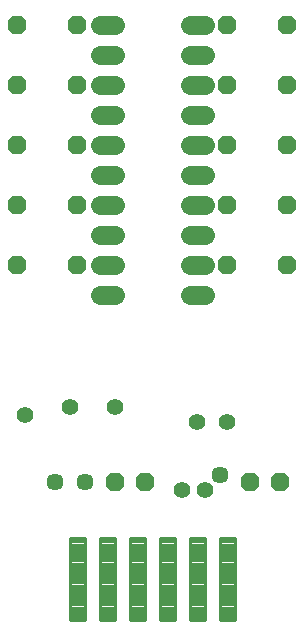
<source format=gbs>
G75*
G70*
%OFA0B0*%
%FSLAX24Y24*%
%IPPOS*%
%LPD*%
%AMOC8*
5,1,8,0,0,1.08239X$1,22.5*
%
%ADD10OC8,0.0624*%
%ADD11C,0.0624*%
%ADD12C,0.0106*%
%ADD13C,0.0552*%
%ADD14C,0.0570*%
D10*
X004431Y004885D03*
X005431Y004885D03*
X008931Y004885D03*
X009931Y004885D03*
X010181Y012135D03*
X010181Y014135D03*
X010181Y016135D03*
X010181Y018135D03*
X010181Y020135D03*
X008181Y020135D03*
X008181Y018135D03*
X008181Y016135D03*
X008181Y014135D03*
X008181Y012135D03*
X003181Y012135D03*
X003181Y014135D03*
X003181Y016135D03*
X003181Y018135D03*
X003181Y020135D03*
X001181Y020135D03*
X001181Y018135D03*
X001181Y016135D03*
X001181Y014135D03*
X001181Y012135D03*
D11*
X003921Y012135D02*
X004441Y012135D01*
X004441Y013135D02*
X003921Y013135D01*
X003921Y014135D02*
X004441Y014135D01*
X004441Y015135D02*
X003921Y015135D01*
X003921Y016135D02*
X004441Y016135D01*
X004441Y017135D02*
X003921Y017135D01*
X003921Y018135D02*
X004441Y018135D01*
X004441Y019135D02*
X003921Y019135D01*
X003921Y020135D02*
X004441Y020135D01*
X006921Y020135D02*
X007441Y020135D01*
X007441Y019135D02*
X006921Y019135D01*
X006921Y018135D02*
X007441Y018135D01*
X007441Y017135D02*
X006921Y017135D01*
X006921Y016135D02*
X007441Y016135D01*
X007441Y015135D02*
X006921Y015135D01*
X006921Y014135D02*
X007441Y014135D01*
X007441Y013135D02*
X006921Y013135D01*
X006921Y012135D02*
X007441Y012135D01*
X007441Y011135D02*
X006921Y011135D01*
X004441Y011135D02*
X003921Y011135D01*
D12*
X003922Y000283D02*
X004440Y000283D01*
X003922Y000283D02*
X003922Y003037D01*
X004440Y003037D01*
X004440Y000283D01*
X004440Y000388D02*
X003922Y000388D01*
X003922Y000493D02*
X004440Y000493D01*
X004440Y000598D02*
X003922Y000598D01*
X003922Y000703D02*
X004440Y000703D01*
X004440Y000808D02*
X003922Y000808D01*
X003922Y000913D02*
X004440Y000913D01*
X004440Y001018D02*
X003922Y001018D01*
X003922Y001123D02*
X004440Y001123D01*
X004440Y001228D02*
X003922Y001228D01*
X003922Y001333D02*
X004440Y001333D01*
X004440Y001438D02*
X003922Y001438D01*
X003922Y001543D02*
X004440Y001543D01*
X004440Y001648D02*
X003922Y001648D01*
X003922Y001753D02*
X004440Y001753D01*
X004440Y001858D02*
X003922Y001858D01*
X003922Y001963D02*
X004440Y001963D01*
X004440Y002068D02*
X003922Y002068D01*
X003922Y002173D02*
X004440Y002173D01*
X004440Y002278D02*
X003922Y002278D01*
X003922Y002383D02*
X004440Y002383D01*
X004440Y002488D02*
X003922Y002488D01*
X003922Y002593D02*
X004440Y002593D01*
X004440Y002698D02*
X003922Y002698D01*
X003922Y002803D02*
X004440Y002803D01*
X004440Y002908D02*
X003922Y002908D01*
X003922Y003013D02*
X004440Y003013D01*
X004922Y000283D02*
X005440Y000283D01*
X004922Y000283D02*
X004922Y003037D01*
X005440Y003037D01*
X005440Y000283D01*
X005440Y000388D02*
X004922Y000388D01*
X004922Y000493D02*
X005440Y000493D01*
X005440Y000598D02*
X004922Y000598D01*
X004922Y000703D02*
X005440Y000703D01*
X005440Y000808D02*
X004922Y000808D01*
X004922Y000913D02*
X005440Y000913D01*
X005440Y001018D02*
X004922Y001018D01*
X004922Y001123D02*
X005440Y001123D01*
X005440Y001228D02*
X004922Y001228D01*
X004922Y001333D02*
X005440Y001333D01*
X005440Y001438D02*
X004922Y001438D01*
X004922Y001543D02*
X005440Y001543D01*
X005440Y001648D02*
X004922Y001648D01*
X004922Y001753D02*
X005440Y001753D01*
X005440Y001858D02*
X004922Y001858D01*
X004922Y001963D02*
X005440Y001963D01*
X005440Y002068D02*
X004922Y002068D01*
X004922Y002173D02*
X005440Y002173D01*
X005440Y002278D02*
X004922Y002278D01*
X004922Y002383D02*
X005440Y002383D01*
X005440Y002488D02*
X004922Y002488D01*
X004922Y002593D02*
X005440Y002593D01*
X005440Y002698D02*
X004922Y002698D01*
X004922Y002803D02*
X005440Y002803D01*
X005440Y002908D02*
X004922Y002908D01*
X004922Y003013D02*
X005440Y003013D01*
X005922Y000283D02*
X006440Y000283D01*
X005922Y000283D02*
X005922Y003037D01*
X006440Y003037D01*
X006440Y000283D01*
X006440Y000388D02*
X005922Y000388D01*
X005922Y000493D02*
X006440Y000493D01*
X006440Y000598D02*
X005922Y000598D01*
X005922Y000703D02*
X006440Y000703D01*
X006440Y000808D02*
X005922Y000808D01*
X005922Y000913D02*
X006440Y000913D01*
X006440Y001018D02*
X005922Y001018D01*
X005922Y001123D02*
X006440Y001123D01*
X006440Y001228D02*
X005922Y001228D01*
X005922Y001333D02*
X006440Y001333D01*
X006440Y001438D02*
X005922Y001438D01*
X005922Y001543D02*
X006440Y001543D01*
X006440Y001648D02*
X005922Y001648D01*
X005922Y001753D02*
X006440Y001753D01*
X006440Y001858D02*
X005922Y001858D01*
X005922Y001963D02*
X006440Y001963D01*
X006440Y002068D02*
X005922Y002068D01*
X005922Y002173D02*
X006440Y002173D01*
X006440Y002278D02*
X005922Y002278D01*
X005922Y002383D02*
X006440Y002383D01*
X006440Y002488D02*
X005922Y002488D01*
X005922Y002593D02*
X006440Y002593D01*
X006440Y002698D02*
X005922Y002698D01*
X005922Y002803D02*
X006440Y002803D01*
X006440Y002908D02*
X005922Y002908D01*
X005922Y003013D02*
X006440Y003013D01*
X006922Y000283D02*
X007440Y000283D01*
X006922Y000283D02*
X006922Y003037D01*
X007440Y003037D01*
X007440Y000283D01*
X007440Y000388D02*
X006922Y000388D01*
X006922Y000493D02*
X007440Y000493D01*
X007440Y000598D02*
X006922Y000598D01*
X006922Y000703D02*
X007440Y000703D01*
X007440Y000808D02*
X006922Y000808D01*
X006922Y000913D02*
X007440Y000913D01*
X007440Y001018D02*
X006922Y001018D01*
X006922Y001123D02*
X007440Y001123D01*
X007440Y001228D02*
X006922Y001228D01*
X006922Y001333D02*
X007440Y001333D01*
X007440Y001438D02*
X006922Y001438D01*
X006922Y001543D02*
X007440Y001543D01*
X007440Y001648D02*
X006922Y001648D01*
X006922Y001753D02*
X007440Y001753D01*
X007440Y001858D02*
X006922Y001858D01*
X006922Y001963D02*
X007440Y001963D01*
X007440Y002068D02*
X006922Y002068D01*
X006922Y002173D02*
X007440Y002173D01*
X007440Y002278D02*
X006922Y002278D01*
X006922Y002383D02*
X007440Y002383D01*
X007440Y002488D02*
X006922Y002488D01*
X006922Y002593D02*
X007440Y002593D01*
X007440Y002698D02*
X006922Y002698D01*
X006922Y002803D02*
X007440Y002803D01*
X007440Y002908D02*
X006922Y002908D01*
X006922Y003013D02*
X007440Y003013D01*
X007922Y000283D02*
X008440Y000283D01*
X007922Y000283D02*
X007922Y003037D01*
X008440Y003037D01*
X008440Y000283D01*
X008440Y000388D02*
X007922Y000388D01*
X007922Y000493D02*
X008440Y000493D01*
X008440Y000598D02*
X007922Y000598D01*
X007922Y000703D02*
X008440Y000703D01*
X008440Y000808D02*
X007922Y000808D01*
X007922Y000913D02*
X008440Y000913D01*
X008440Y001018D02*
X007922Y001018D01*
X007922Y001123D02*
X008440Y001123D01*
X008440Y001228D02*
X007922Y001228D01*
X007922Y001333D02*
X008440Y001333D01*
X008440Y001438D02*
X007922Y001438D01*
X007922Y001543D02*
X008440Y001543D01*
X008440Y001648D02*
X007922Y001648D01*
X007922Y001753D02*
X008440Y001753D01*
X008440Y001858D02*
X007922Y001858D01*
X007922Y001963D02*
X008440Y001963D01*
X008440Y002068D02*
X007922Y002068D01*
X007922Y002173D02*
X008440Y002173D01*
X008440Y002278D02*
X007922Y002278D01*
X007922Y002383D02*
X008440Y002383D01*
X008440Y002488D02*
X007922Y002488D01*
X007922Y002593D02*
X008440Y002593D01*
X008440Y002698D02*
X007922Y002698D01*
X007922Y002803D02*
X008440Y002803D01*
X008440Y002908D02*
X007922Y002908D01*
X007922Y003013D02*
X008440Y003013D01*
X003440Y000283D02*
X002922Y000283D01*
X002922Y003037D01*
X003440Y003037D01*
X003440Y000283D01*
X003440Y000388D02*
X002922Y000388D01*
X002922Y000493D02*
X003440Y000493D01*
X003440Y000598D02*
X002922Y000598D01*
X002922Y000703D02*
X003440Y000703D01*
X003440Y000808D02*
X002922Y000808D01*
X002922Y000913D02*
X003440Y000913D01*
X003440Y001018D02*
X002922Y001018D01*
X002922Y001123D02*
X003440Y001123D01*
X003440Y001228D02*
X002922Y001228D01*
X002922Y001333D02*
X003440Y001333D01*
X003440Y001438D02*
X002922Y001438D01*
X002922Y001543D02*
X003440Y001543D01*
X003440Y001648D02*
X002922Y001648D01*
X002922Y001753D02*
X003440Y001753D01*
X003440Y001858D02*
X002922Y001858D01*
X002922Y001963D02*
X003440Y001963D01*
X003440Y002068D02*
X002922Y002068D01*
X002922Y002173D02*
X003440Y002173D01*
X003440Y002278D02*
X002922Y002278D01*
X002922Y002383D02*
X003440Y002383D01*
X003440Y002488D02*
X002922Y002488D01*
X002922Y002593D02*
X003440Y002593D01*
X003440Y002698D02*
X002922Y002698D01*
X002922Y002803D02*
X003440Y002803D01*
X003440Y002908D02*
X002922Y002908D01*
X002922Y003013D02*
X003440Y003013D01*
D13*
X001431Y007135D03*
X002931Y007385D03*
X004431Y007385D03*
X006681Y004635D03*
X007431Y004635D03*
X007181Y006885D03*
X008181Y006885D03*
D14*
X002431Y004885D03*
X003431Y004885D03*
X007931Y005135D03*
M02*

</source>
